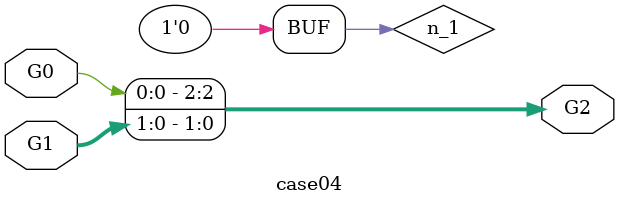
<source format=v>

module case04(G0, G1, G2);
  input G0;
  input [1:0] G1;
  output [2:0] G2;
  wire n_1;

  assign G2[0] = G1[0];
  assign G2[1] = G1[1];
  assign G2[2] = G0;
  assign n_1 = 1'b0;

endmodule
</source>
